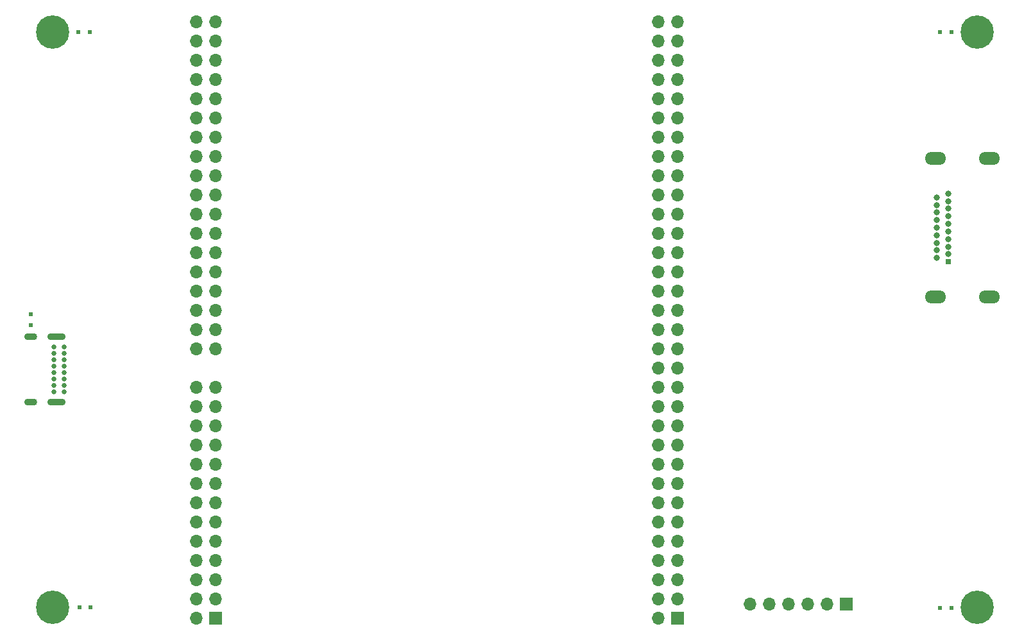
<source format=gbr>
%TF.GenerationSoftware,KiCad,Pcbnew,8.0.7*%
%TF.CreationDate,2024-12-30T23:04:29-08:00*%
%TF.ProjectId,expansionboardB,65787061-6e73-4696-9f6e-626f61726442,3*%
%TF.SameCoordinates,Original*%
%TF.FileFunction,Soldermask,Top*%
%TF.FilePolarity,Negative*%
%FSLAX46Y46*%
G04 Gerber Fmt 4.6, Leading zero omitted, Abs format (unit mm)*
G04 Created by KiCad (PCBNEW 8.0.7) date 2024-12-30 23:04:29*
%MOMM*%
%LPD*%
G01*
G04 APERTURE LIST*
%ADD10R,1.700000X1.700000*%
%ADD11O,1.700000X1.700000*%
%ADD12C,4.400000*%
%ADD13C,0.650000*%
%ADD14O,1.700000X0.900000*%
%ADD15O,2.400000X0.900000*%
%ADD16R,0.800000X0.800000*%
%ADD17C,0.800000*%
%ADD18O,2.800000X1.700000*%
%ADD19R,0.500000X0.500000*%
G04 APERTURE END LIST*
D10*
%TO.C,JTAG1*%
X131445000Y-120015000D03*
D11*
X128905000Y-120015000D03*
X126365000Y-120015000D03*
X123825000Y-120015000D03*
X121285000Y-120015000D03*
X118745000Y-120015000D03*
%TD*%
D12*
%TO.C,REF\u002A\u002A*%
X148750000Y-120500000D03*
%TD*%
%TO.C,REF\u002A\u002A*%
X26750000Y-120500000D03*
%TD*%
%TO.C,REF\u002A\u002A*%
X26750000Y-44500000D03*
%TD*%
D13*
%TO.C,J1*%
X28200000Y-86050000D03*
X28200000Y-86900000D03*
X28200000Y-87750000D03*
X28200000Y-88600000D03*
X28200000Y-89450000D03*
X28200000Y-90300000D03*
X28200000Y-91150000D03*
X28200000Y-92000000D03*
X26850000Y-92000000D03*
X26850000Y-91150000D03*
X26850000Y-90300000D03*
X26850000Y-89450000D03*
X26850000Y-88600000D03*
X26850000Y-87750000D03*
X26850000Y-86900000D03*
X26850000Y-86050000D03*
D14*
X23840000Y-84700000D03*
X23840000Y-93350000D03*
D15*
X27220000Y-84700000D03*
X27220000Y-93350000D03*
%TD*%
D12*
%TO.C,REF\u002A\u002A*%
X148750000Y-44500000D03*
%TD*%
D16*
%TO.C,J3*%
X144920000Y-74840000D03*
D17*
X143370000Y-74340000D03*
X144920000Y-73840000D03*
X143370000Y-73340000D03*
X144920000Y-72840000D03*
X143370000Y-72340000D03*
X144920000Y-71840000D03*
X143370000Y-71340000D03*
X144920000Y-70840000D03*
X143370000Y-70340000D03*
X144920000Y-69840000D03*
X143370000Y-69340000D03*
X144920000Y-68840000D03*
X143370000Y-68340000D03*
X144920000Y-67840000D03*
X143370000Y-67340000D03*
X144920000Y-66840000D03*
X143370000Y-66340000D03*
X144920000Y-65840000D03*
D18*
X143200000Y-61190000D03*
X143200000Y-79490000D03*
X150300000Y-79490000D03*
X150300000Y-61190000D03*
%TD*%
D19*
%TO.C,E1*%
X23850600Y-83249200D03*
X23850600Y-81749200D03*
%TD*%
%TO.C,E1*%
X145326800Y-120511300D03*
X143826800Y-120511300D03*
%TD*%
%TO.C,E1*%
X145326800Y-44500800D03*
X143826800Y-44500800D03*
%TD*%
%TO.C,E1*%
X30111000Y-44500800D03*
X31611000Y-44500800D03*
%TD*%
%TO.C,E1*%
X30238000Y-120485900D03*
X31738000Y-120485900D03*
%TD*%
D10*
%TO.C,U2*%
X48220000Y-121920000D03*
D11*
X45680000Y-121920000D03*
X48220000Y-119380000D03*
X45680000Y-119380000D03*
X48220000Y-116840000D03*
X45680000Y-116840000D03*
X48220000Y-114300000D03*
X45680000Y-114300000D03*
X48220000Y-111760000D03*
X45680000Y-111760000D03*
X48220000Y-109220000D03*
X45680000Y-109220000D03*
X48220000Y-106680000D03*
X45680000Y-106680000D03*
X48220000Y-104140000D03*
X45680000Y-104140000D03*
X48220000Y-101600000D03*
X45680000Y-101600000D03*
X48220000Y-99060000D03*
X45680000Y-99060000D03*
X48220000Y-96520000D03*
X45680000Y-96520000D03*
X48220000Y-93980000D03*
X45680000Y-93980000D03*
X48220000Y-91440000D03*
X45680000Y-91440000D03*
X48220000Y-86360000D03*
X45680000Y-86360000D03*
X48220000Y-83820000D03*
X45680000Y-83820000D03*
X48220000Y-81280000D03*
X45680000Y-81280000D03*
X48220000Y-78740000D03*
X45680000Y-78740000D03*
X48220000Y-76200000D03*
X45680000Y-76200000D03*
X48220000Y-73660000D03*
X45680000Y-73660000D03*
X48220000Y-71120000D03*
X45680000Y-71120000D03*
X48220000Y-68580000D03*
X45680000Y-68580000D03*
X48220000Y-66040000D03*
X45680000Y-66040000D03*
X48220000Y-63500000D03*
X45680000Y-63500000D03*
X48220000Y-60960000D03*
X45680000Y-60960000D03*
X48220000Y-58420000D03*
X45680000Y-58420000D03*
X48220000Y-55880000D03*
X45680000Y-55880000D03*
X48220000Y-53340000D03*
X45680000Y-53340000D03*
X48220000Y-50800000D03*
X45680000Y-50800000D03*
X48220000Y-48260000D03*
X45680000Y-48260000D03*
X48220000Y-45720000D03*
X45680000Y-45720000D03*
X48220000Y-43180000D03*
X45680000Y-43180000D03*
%TD*%
D10*
%TO.C,U4*%
X109220000Y-121920000D03*
D11*
X106680000Y-121920000D03*
X109220000Y-119380000D03*
X106680000Y-119380000D03*
X109220000Y-116840000D03*
X106680000Y-116840000D03*
X109220000Y-114300000D03*
X106680000Y-114300000D03*
X109220000Y-111760000D03*
X106680000Y-111760000D03*
X109220000Y-109220000D03*
X106680000Y-109220000D03*
X109220000Y-106680000D03*
X106680000Y-106680000D03*
X109220000Y-104140000D03*
X106680000Y-104140000D03*
X109220000Y-101600000D03*
X106680000Y-101600000D03*
X109220000Y-99060000D03*
X106680000Y-99060000D03*
X109220000Y-96520000D03*
X106680000Y-96520000D03*
X109220000Y-93980000D03*
X106680000Y-93980000D03*
X109220000Y-91440000D03*
X106680000Y-91440000D03*
X109220000Y-88900000D03*
X106680000Y-88900000D03*
X109220000Y-86360000D03*
X106680000Y-86360000D03*
X109220000Y-83820000D03*
X106680000Y-83820000D03*
X109220000Y-81280000D03*
X106680000Y-81280000D03*
X109220000Y-78740000D03*
X106680000Y-78740000D03*
X109220000Y-76200000D03*
X106680000Y-76200000D03*
X109220000Y-73660000D03*
X106680000Y-73660000D03*
X109220000Y-71120000D03*
X106680000Y-71120000D03*
X109220000Y-68580000D03*
X106680000Y-68580000D03*
X109220000Y-66040000D03*
X106680000Y-66040000D03*
X109220000Y-63500000D03*
X106680000Y-63500000D03*
X109220000Y-60960000D03*
X106680000Y-60960000D03*
X109220000Y-58420000D03*
X106680000Y-58420000D03*
X109220000Y-55880000D03*
X106680000Y-55880000D03*
X109220000Y-53340000D03*
X106680000Y-53340000D03*
X109220000Y-50800000D03*
X106680000Y-50800000D03*
X109220000Y-48260000D03*
X106680000Y-48260000D03*
X109220000Y-45720000D03*
X106680000Y-45720000D03*
X109220000Y-43180000D03*
X106680000Y-43180000D03*
%TD*%
M02*

</source>
